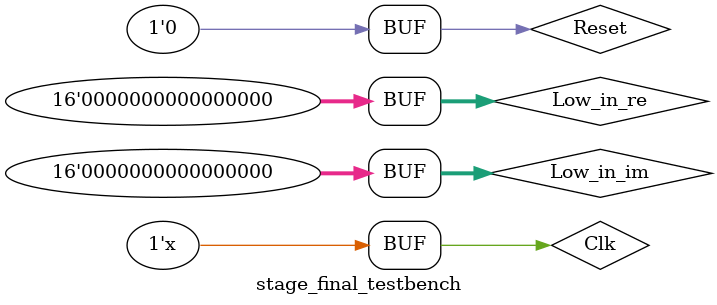
<source format=v>
`timescale 1ns / 1ps

module stage_final_testbench;

	// Inputs
	reg Clk;
	reg Reset;
	reg [15:0] Low_in_re;
	reg [15:0] Low_in_im;

	// Outputs
	wire [16:0] Low_out_re;
	wire [16:0] Low_out_im;
	wire mode;

	// Instantiate the Unit Under Test (UUT)
	stage_final uut (
		.Clk(Clk), 
		.Reset(Reset), 
		.mode(mode), 
		.Low_in_re(Low_in_re), 
		.Low_in_im(Low_in_im), 
		.Low_out_re(Low_out_re), 
		.Low_out_im(Low_out_im)
	);
	
	always #20 Clk = ~Clk;
	/*
	integer mcd1;
	always @ (posedge Clk) begin
		#20; $fwrite(mcd1,"%d\t%d\n", $signed(Low_out_re), $signed(Low_out_im));
	end*/

	initial begin
		//mcd1 = $fopen("../stage5_low.txt");
		Clk = 1;
		Reset = 1;
		Low_in_re = 16'd0;	Low_in_im = 16'd0;	
		
		#140; Reset = 0;
		#20; Low_in_re = 16'd0;	Low_in_im = 16'd0;	
		#40; Low_in_re = 16'd0;	Low_in_im = 16'd0;	
		#40; Low_in_re = 16'd0;	Low_in_im = 16'd0;	
		#40; Low_in_re = 16'd0;	Low_in_im = 16'd0;	
		#40; Low_in_re = 16'd0;	Low_in_im = 16'd0;	
		#40; Low_in_re = 16'd0;	Low_in_im = 16'd0;	
		#40; Low_in_re = 16'd0;	Low_in_im = 16'd0;	
		#40; Low_in_re = 16'd0;	Low_in_im = 16'd0;	
		#40; Low_in_re = 16'd0;	Low_in_im = 16'd0;	
		#40; Low_in_re = 16'd0;	Low_in_im = 16'd0;	
		#40; Low_in_re = 16'd0;	Low_in_im = 16'd0;	
		#40; Low_in_re = 16'd0;	Low_in_im = 16'd0;	
		#40; Low_in_re = 16'd0;	Low_in_im = 16'd0;	
		#40; Low_in_re = 16'd0;	Low_in_im = 16'd0;	
		#40; Low_in_re = 16'd0;	Low_in_im = 16'd0;	
		#40; Low_in_re = 16'd0;	Low_in_im = 16'd0;	
		#40; Low_in_re = 16'd0;	Low_in_im = 16'd0;	
		#40; Low_in_re = 16'd0;	Low_in_im = 16'd0;	
		#40; Low_in_re = 16'd0;	Low_in_im = 16'd0;	
		#40; Low_in_re = 16'd0;	Low_in_im = 16'd0;	
		#40; Low_in_re = 16'd0;	Low_in_im = 16'd0;	
		#40; Low_in_re = 16'd0;	Low_in_im = 16'd0;	
		#40; Low_in_re = 16'd0;	Low_in_im = 16'd0;	
		#40; Low_in_re = 16'd0;	Low_in_im = 16'd0;	
		#40; Low_in_re = 16'd0;	Low_in_im = 16'd0;	
		#40; Low_in_re = 16'd0;	Low_in_im = 16'd0;	
		#40; Low_in_re = 16'd0;	Low_in_im = 16'd0;	
		#40; Low_in_re = 16'd0;	Low_in_im = 16'd0;	
		#40; Low_in_re = 16'd0;	Low_in_im = 16'd0;	
		#40; Low_in_re = -16'd6;	Low_in_im = -16'd2055;	
		#40; Low_in_re = -16'd2055;	Low_in_im = -16'd8;	
		#40; Low_in_re = -16'd2046;	Low_in_im = 16'd3;	
		#40; Low_in_re = 16'd2;	Low_in_im = -16'd2047;	
		#40; Low_in_re = -16'd2045;	Low_in_im = 16'd2050;	
		#40; Low_in_re = 16'd1;	Low_in_im = -16'd3;	
		#40; Low_in_re = -16'd2047;	Low_in_im = 16'd2;	
		#40; Low_in_re = -16'd3;	Low_in_im = -16'd2049;	
		#40; Low_in_re = 16'd0;	Low_in_im = -16'd4;	
		#40; Low_in_re = 16'd2048;	Low_in_im = 16'd2042;	
		#40; Low_in_re = 16'd0;	Low_in_im = 16'd2052;	
		#40; Low_in_re = 16'd2048;	Low_in_im = 16'd2;	
		#40; Low_in_re = 16'd0;	Low_in_im = -16'd2048;	
		#40; Low_in_re = 16'd2048;	Low_in_im = -16'd3;	
		#40; Low_in_re = -16'd2048;	Low_in_im = 16'd0;	
		#40; Low_in_re = -16'd3;	Low_in_im = -16'd2048;	
		#40; Low_in_re = -16'd2050;	Low_in_im = -16'd2054;	
		#40; Low_in_re = 16'd0;	Low_in_im = -16'd8;	
		#40; Low_in_re = -16'd2050;	Low_in_im = -16'd2046;	
		#40; Low_in_re = -16'd2;	Low_in_im = -16'd2;	
		#40; Low_in_re = 16'd2050;	Low_in_im = 16'd2052;	
		#40; Low_in_re = 16'd2;	Low_in_im = -16'd2;	
		#40; Low_in_re = 16'd2050;	Low_in_im = 16'd0;	
		#40; Low_in_re = 16'd0;	Low_in_im = -16'd2048;	
		#40; Low_in_re = -16'd2048;	Low_in_im = -16'd2049;	
		#40; Low_in_re = 16'd0;	Low_in_im = -16'd1;	
		#40; Low_in_re = 16'd0;	Low_in_im = -16'd2047;	
		#40; Low_in_re = -16'd2051;	Low_in_im = 16'd2;	
		#40; Low_in_re = -16'd2049;	Low_in_im = 16'd0;	
		#40; Low_in_re = 16'd3;	Low_in_im = 16'd2050;	
		#40; Low_in_re = 16'd2049;	Low_in_im = 16'd2048;	
		#40; Low_in_re = 16'd2;	Low_in_im = -16'd3;	
		#40; Low_in_re = 16'd0;	Low_in_im = 16'd0;	
		
		//#40 $fclose(mcd1); $finish;

	end
      
endmodule

</source>
